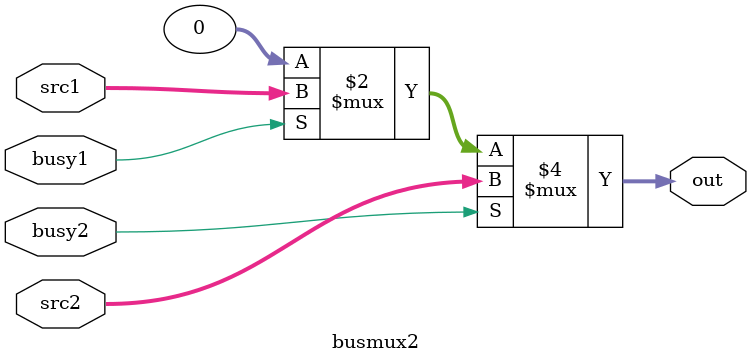
<source format=v>
`timescale 1ns / 1ps


module busmux2 (
    input wire busy1,
    input wire busy2,
    input wire [31:0] src1,
    input wire [31:0] src2,
    output reg [31:0] out
);

always @(*) begin
    out <= 32'h00000000;
    if (busy1) out <= src1;
    if (busy2) out <= src2;
end

endmodule

</source>
